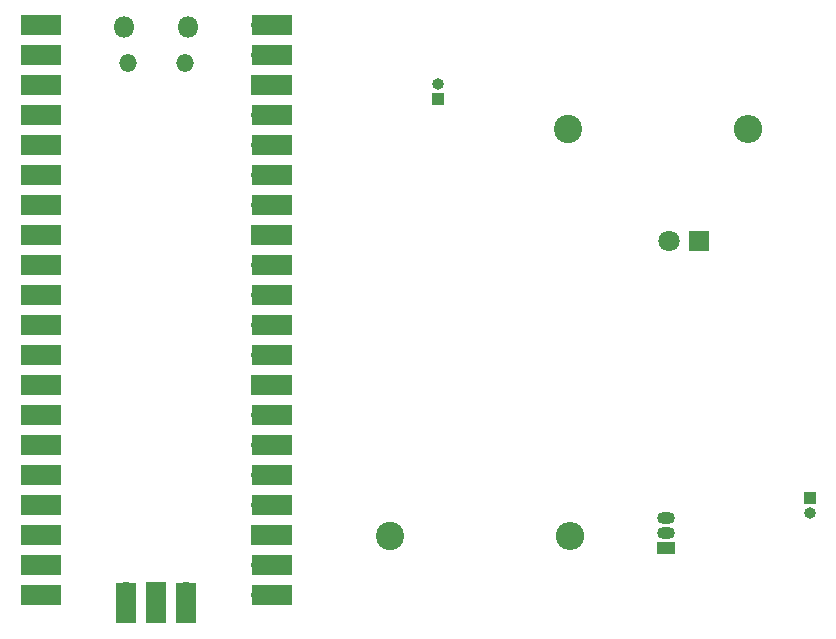
<source format=gbr>
%TF.GenerationSoftware,KiCad,Pcbnew,8.0.0*%
%TF.CreationDate,2024-03-31T23:44:17-03:00*%
%TF.ProjectId,pcb-atividade,7063622d-6174-4697-9669-646164652e6b,rev?*%
%TF.SameCoordinates,Original*%
%TF.FileFunction,Soldermask,Top*%
%TF.FilePolarity,Negative*%
%FSLAX46Y46*%
G04 Gerber Fmt 4.6, Leading zero omitted, Abs format (unit mm)*
G04 Created by KiCad (PCBNEW 8.0.0) date 2024-03-31 23:44:17*
%MOMM*%
%LPD*%
G01*
G04 APERTURE LIST*
%ADD10R,1.000000X1.000000*%
%ADD11O,1.000000X1.000000*%
%ADD12C,2.400000*%
%ADD13O,2.400000X2.400000*%
%ADD14O,1.800000X1.800000*%
%ADD15O,1.500000X1.500000*%
%ADD16O,1.700000X1.700000*%
%ADD17R,3.500000X1.700000*%
%ADD18R,1.700000X1.700000*%
%ADD19R,1.700000X3.500000*%
%ADD20R,1.500000X1.050000*%
%ADD21O,1.500000X1.050000*%
%ADD22R,1.800000X1.800000*%
%ADD23C,1.800000*%
G04 APERTURE END LIST*
D10*
%TO.C,J2*%
X146500000Y-90230000D03*
D11*
X146500000Y-91500000D03*
%TD*%
D12*
%TO.C,R1*%
X126000000Y-59000000D03*
D13*
X141240000Y-59000000D03*
%TD*%
D12*
%TO.C,R2*%
X110880000Y-93500000D03*
D13*
X126120000Y-93500000D03*
%TD*%
D14*
%TO.C,U1*%
X88385000Y-50370000D03*
D15*
X88685000Y-53400000D03*
X93535000Y-53400000D03*
D14*
X93835000Y-50370000D03*
D16*
X82220000Y-50240000D03*
D17*
X81320000Y-50240000D03*
D16*
X82220000Y-52780000D03*
D17*
X81320000Y-52780000D03*
D18*
X82220000Y-55320000D03*
D17*
X81320000Y-55320000D03*
D16*
X82220000Y-57860000D03*
D17*
X81320000Y-57860000D03*
D16*
X82220000Y-60400000D03*
D17*
X81320000Y-60400000D03*
D16*
X82220000Y-62940000D03*
D17*
X81320000Y-62940000D03*
D16*
X82220000Y-65480000D03*
D17*
X81320000Y-65480000D03*
D18*
X82220000Y-68020000D03*
D17*
X81320000Y-68020000D03*
D16*
X82220000Y-70560000D03*
D17*
X81320000Y-70560000D03*
D16*
X82220000Y-73100000D03*
D17*
X81320000Y-73100000D03*
D16*
X82220000Y-75640000D03*
D17*
X81320000Y-75640000D03*
D16*
X82220000Y-78180000D03*
D17*
X81320000Y-78180000D03*
D18*
X82220000Y-80720000D03*
D17*
X81320000Y-80720000D03*
D16*
X82220000Y-83260000D03*
D17*
X81320000Y-83260000D03*
D16*
X82220000Y-85800000D03*
D17*
X81320000Y-85800000D03*
D16*
X82220000Y-88340000D03*
D17*
X81320000Y-88340000D03*
D16*
X82220000Y-90880000D03*
D17*
X81320000Y-90880000D03*
D18*
X82220000Y-93420000D03*
D17*
X81320000Y-93420000D03*
D16*
X82220000Y-95960000D03*
D17*
X81320000Y-95960000D03*
D16*
X82220000Y-98500000D03*
D17*
X81320000Y-98500000D03*
D16*
X100000000Y-98500000D03*
D17*
X100900000Y-98500000D03*
D16*
X100000000Y-95960000D03*
D17*
X100900000Y-95960000D03*
D18*
X100000000Y-93420000D03*
D17*
X100900000Y-93420000D03*
D16*
X100000000Y-90880000D03*
D17*
X100900000Y-90880000D03*
D16*
X100000000Y-88340000D03*
D17*
X100900000Y-88340000D03*
D16*
X100000000Y-85800000D03*
D17*
X100900000Y-85800000D03*
D16*
X100000000Y-83260000D03*
D17*
X100900000Y-83260000D03*
D18*
X100000000Y-80720000D03*
D17*
X100900000Y-80720000D03*
D16*
X100000000Y-78180000D03*
D17*
X100900000Y-78180000D03*
D16*
X100000000Y-75640000D03*
D17*
X100900000Y-75640000D03*
D16*
X100000000Y-73100000D03*
D17*
X100900000Y-73100000D03*
D16*
X100000000Y-70560000D03*
D17*
X100900000Y-70560000D03*
D18*
X100000000Y-68020000D03*
D17*
X100900000Y-68020000D03*
D16*
X100000000Y-65480000D03*
D17*
X100900000Y-65480000D03*
D16*
X100000000Y-62940000D03*
D17*
X100900000Y-62940000D03*
D16*
X100000000Y-60400000D03*
D17*
X100900000Y-60400000D03*
D16*
X100000000Y-57860000D03*
D17*
X100900000Y-57860000D03*
D18*
X100000000Y-55320000D03*
D17*
X100900000Y-55320000D03*
D16*
X100000000Y-52780000D03*
D17*
X100900000Y-52780000D03*
D16*
X100000000Y-50240000D03*
D17*
X100900000Y-50240000D03*
D16*
X88570000Y-98270000D03*
D19*
X88570000Y-99170000D03*
D18*
X91110000Y-98270000D03*
D19*
X91110000Y-99170000D03*
D16*
X93650000Y-98270000D03*
D19*
X93650000Y-99170000D03*
%TD*%
D20*
%TO.C,Q1*%
X134275000Y-94500000D03*
D21*
X134275000Y-93230000D03*
X134275000Y-91960000D03*
%TD*%
D10*
%TO.C,J1*%
X115000000Y-56500000D03*
D11*
X115000000Y-55230000D03*
%TD*%
D22*
%TO.C,D1*%
X137040000Y-68500000D03*
D23*
X134500000Y-68500000D03*
%TD*%
M02*

</source>
